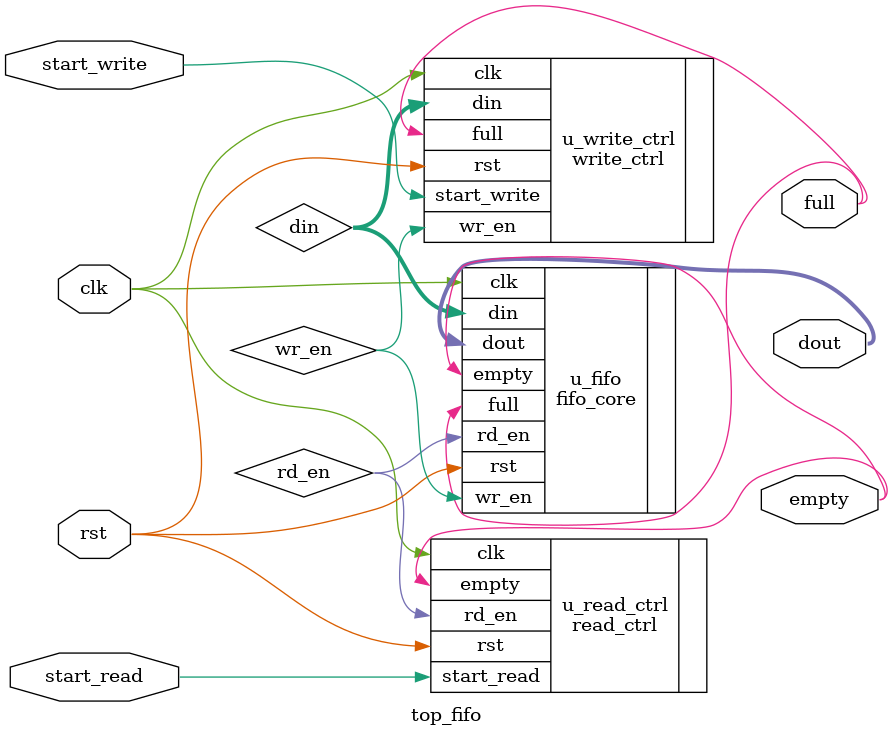
<source format=sv>
module top_fifo (
	input clk,
	input rst,
	input start_write,
	input start_read,
	output [7:0] dout,
	output full,
	output empty
);

wire wr_en, rd_en;
wire [7:0] din;

fifo_core #(16, 8) u_fifo (
	.clk(clk),
	.rst(rst),
	.wr_en(wr_en),
	.rd_en(rd_en),
	.din(din),
	.dout(dout),
	.full(full),
	.empty(empty)
);

write_ctrl #(8) u_write_ctrl (
	.clk(clk),
	.rst(rst),
	.start_write(start_write),
	.full(full),
	.wr_en(wr_en),
	.din(din)
);

read_ctrl u_read_ctrl (
	.clk(clk),
	.rst(rst),
	.start_read(start_read),
	.empty(empty),
	.rd_en(rd_en)
);

endmodule

</source>
